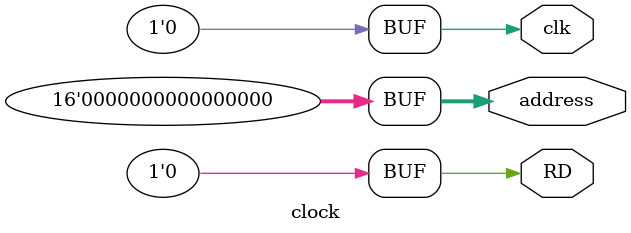
<source format=v>

module clock(address, RD, clk);

output reg [15:0] address;
output reg RD;

output reg clk;

always
    begin
        clk = 1'b1;
        #5;
        clk = 1'b0;
        #5;
    end

initial begin
    begin
        #5
        RD = 1'd0;
        #5;
        address = 16'h0104;  
        RD = 1'd1;
        #5;
        address = 1'd0;
        RD = 1'd0;
        #5;
        address = 16'h0105;
        RD = 1'd1;
        #5;
        address = 1'd0;
        RD = 1'd0;
    end
end
endmodule

</source>
